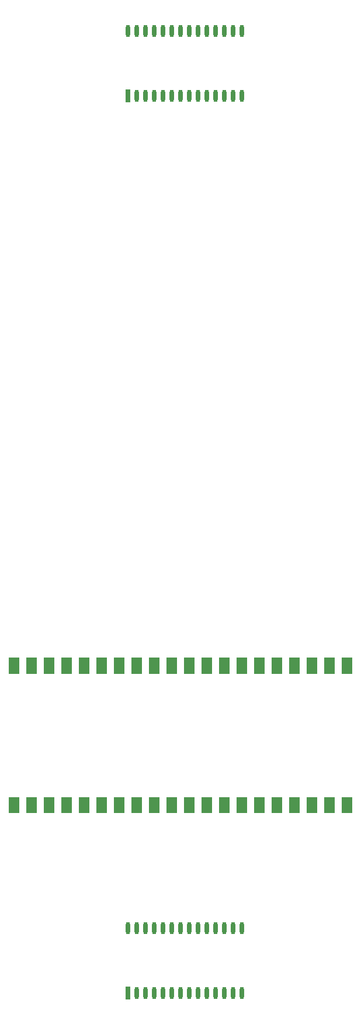
<source format=gtp>
G04 Layer: TopPasteMaskLayer*
G04 EasyEDA v6.5.22, 2022-11-17 17:56:15*
G04 bd1838edf7794fe9965007c2dd97f0f2,c41f2f61388c4f97afb2f396c9cd50e1,10*
G04 Gerber Generator version 0.2*
G04 Scale: 100 percent, Rotated: No, Reflected: No *
G04 Dimensions in inches *
G04 leading zeros omitted , absolute positions ,3 integer and 6 decimal *
%FSLAX36Y36*%
%MOIN*%

%AMMACRO1*21,1,$1,$2,0,0,$3*%
%ADD10R,0.0630X0.0630*%
%ADD11O,0.023620000000000002X0.07087*%
%ADD12MACRO1,0.0709X0.0236X90.0000*%

%LPD*%
D10*
G01*
X701179Y3035850D03*
G01*
X701179Y3067550D03*
G01*
X601179Y3035850D03*
G01*
X601179Y3067550D03*
G01*
X2501180Y3035859D03*
G01*
X2501180Y3067550D03*
G01*
X801180Y3035850D03*
G01*
X801180Y3067550D03*
G01*
X901180Y3035850D03*
G01*
X901180Y3067550D03*
G01*
X1001180Y3035850D03*
G01*
X1001180Y3067550D03*
G01*
X1101180Y3035850D03*
G01*
X1101180Y3067550D03*
G01*
X1201180Y3035850D03*
G01*
X1201180Y3067550D03*
G01*
X1301180Y3035850D03*
G01*
X1301180Y3067550D03*
G01*
X1401180Y3035850D03*
G01*
X1401180Y3067550D03*
G01*
X1501180Y3035850D03*
G01*
X1501180Y3067550D03*
G01*
X1601180Y3035850D03*
G01*
X1601180Y3067550D03*
G01*
X1701180Y3035850D03*
G01*
X1701180Y3067550D03*
G01*
X1801180Y3035850D03*
G01*
X1801180Y3067550D03*
G01*
X1901180Y3035850D03*
G01*
X1901180Y3067550D03*
G01*
X2001180Y3035850D03*
G01*
X2001180Y3067550D03*
G01*
X2101180Y3035850D03*
G01*
X2101180Y3067550D03*
G01*
X2201180Y3035850D03*
G01*
X2201180Y3067550D03*
G01*
X2301180Y3035850D03*
G01*
X2301180Y3067550D03*
G01*
X2401180Y3035850D03*
G01*
X2401180Y3067550D03*
G01*
X2401180Y3862629D03*
G01*
X2301180Y3862629D03*
G01*
X2201180Y3862629D03*
G01*
X2101180Y3862629D03*
G01*
X2001180Y3862629D03*
G01*
X1901180Y3862629D03*
G01*
X1801180Y3862629D03*
G01*
X1701180Y3862629D03*
G01*
X1601180Y3862629D03*
G01*
X1501180Y3862629D03*
G01*
X1401180Y3862629D03*
G01*
X1301180Y3862629D03*
G01*
X1201180Y3862629D03*
G01*
X1101180Y3862629D03*
G01*
X1001180Y3862629D03*
G01*
X901180Y3862629D03*
G01*
X801180Y3862629D03*
G01*
X2501180Y3862629D03*
G01*
X601179Y3862629D03*
G01*
X701179Y3862629D03*
G01*
X2401180Y3830940D03*
G01*
X2301180Y3830940D03*
G01*
X2201180Y3830940D03*
G01*
X2101180Y3830940D03*
G01*
X2001180Y3830940D03*
G01*
X1901180Y3830940D03*
G01*
X1801180Y3830940D03*
G01*
X1701180Y3830940D03*
G01*
X1601180Y3830940D03*
G01*
X1501180Y3830940D03*
G01*
X1401180Y3830940D03*
G01*
X1301180Y3830940D03*
G01*
X1201180Y3830940D03*
G01*
X1101180Y3830940D03*
G01*
X1001180Y3830940D03*
G01*
X901180Y3830940D03*
G01*
X801180Y3830940D03*
G01*
X2501180Y3830940D03*
G01*
X601179Y3830940D03*
G01*
X701179Y3830940D03*
D11*
G01*
X1899799Y2350349D03*
G01*
X1849799Y2350349D03*
G01*
X1799799Y2350349D03*
G01*
X1749799Y2350349D03*
G01*
X1699799Y2350349D03*
G01*
X1649799Y2350349D03*
G01*
X1599799Y2350349D03*
G01*
X1549799Y2350349D03*
G01*
X1499799Y2350349D03*
G01*
X1449799Y2350349D03*
G01*
X1399799Y2350349D03*
G01*
X1349799Y2350349D03*
G01*
X1299799Y2350349D03*
G01*
X1249799Y2350349D03*
G01*
X1899799Y1980270D03*
G01*
X1849799Y1980270D03*
G01*
X1799799Y1980270D03*
G01*
X1749799Y1980270D03*
G01*
X1699799Y1980270D03*
G01*
X1649799Y1980270D03*
G01*
X1599799Y1980270D03*
G01*
X1549799Y1980270D03*
G01*
X1499799Y1980270D03*
G01*
X1449799Y1980270D03*
G01*
X1399799Y1980270D03*
G01*
X1349799Y1980270D03*
G01*
X1299799Y1980270D03*
D12*
G01*
X1249802Y1980303D03*
D11*
G01*
X1899799Y7468460D03*
G01*
X1849799Y7468460D03*
G01*
X1799799Y7468460D03*
G01*
X1749799Y7468460D03*
G01*
X1699799Y7468460D03*
G01*
X1649799Y7468460D03*
G01*
X1599799Y7468460D03*
G01*
X1549799Y7468460D03*
G01*
X1499799Y7468460D03*
G01*
X1449799Y7468460D03*
G01*
X1399799Y7468460D03*
G01*
X1349799Y7468460D03*
G01*
X1299799Y7468460D03*
G01*
X1249799Y7468460D03*
G01*
X1899799Y7098380D03*
G01*
X1849799Y7098380D03*
G01*
X1799799Y7098380D03*
G01*
X1749799Y7098380D03*
G01*
X1699799Y7098380D03*
G01*
X1649799Y7098380D03*
G01*
X1599799Y7098380D03*
G01*
X1549799Y7098380D03*
G01*
X1499799Y7098380D03*
G01*
X1449799Y7098380D03*
G01*
X1399799Y7098380D03*
G01*
X1349799Y7098380D03*
G01*
X1299799Y7098380D03*
D12*
G01*
X1249802Y7098414D03*
M02*

</source>
